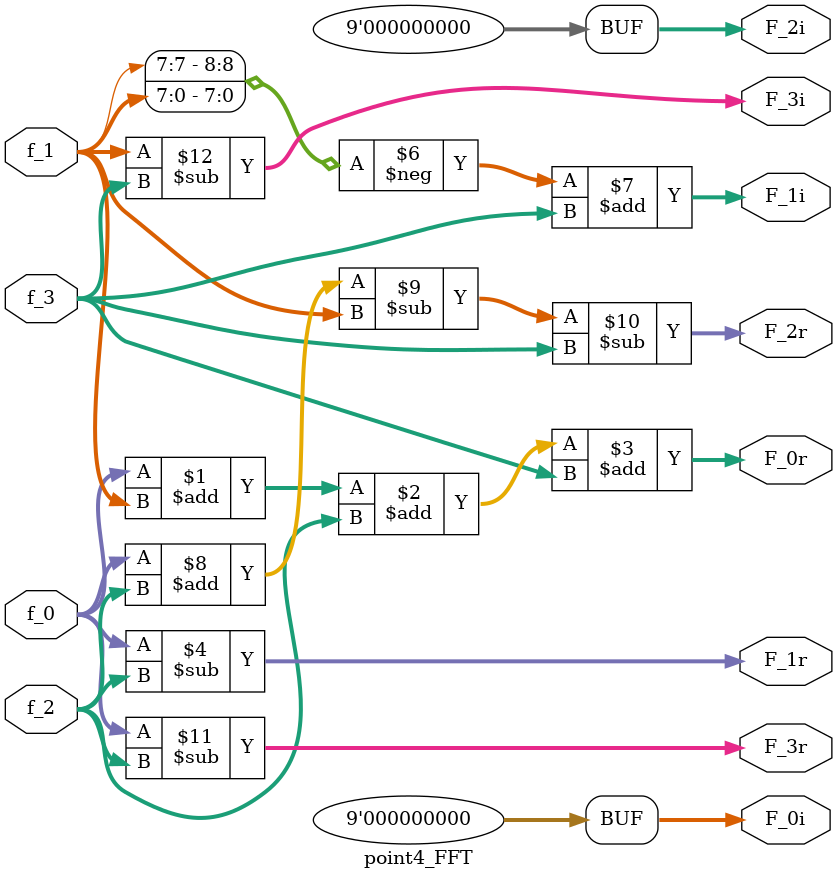
<source format=v>
/*************************************************************************** 
 ***                                                                     *** 
 *** ECE 526 Final Project            Joel Garcia Valencia, Fall, 2022   *** 
 ***                                                                     *** 
 *** Final Project Fast Fourier Transform		                         *** 
 ***                                                                     *** 
 *************************************************************************** 
 *** Filename: point4_FFT.v   Created by Joel Garcia Valencia, 12/03/22  *** 
 ***    --- revision history, if any, goes here ---                      *** 
 ***************************************************************************/ 



module point4_FFT(f_0,f_1,f_2,f_3, F_0r, F_1r, F_2r, F_3r, F_0i, F_1i, F_2i, F_3i);

parameter N = 8;

input signed [N-1:0] f_0,f_1,f_2,f_3; //inputs
output signed [N:0]  F_0r, F_1r, F_2r, F_3r; // output real numbers
output signed [N:0]  F_0i, F_1i, F_2i, F_3i; //output imaginary numbers

	assign F_0r = f_0 + f_1 + f_2 + f_3;
	assign F_0i = 0;

	assign F_1r = f_0 - f_2;
	assign F_1i = - f_1 + f_3;

	assign F_2r = f_0 + f_2 - f_1 - f_3;
	assign F_2i = 0;

	assign F_3r = f_0 - f_2;
	assign F_3i = f_1 - f_3;
	
endmodule

</source>
